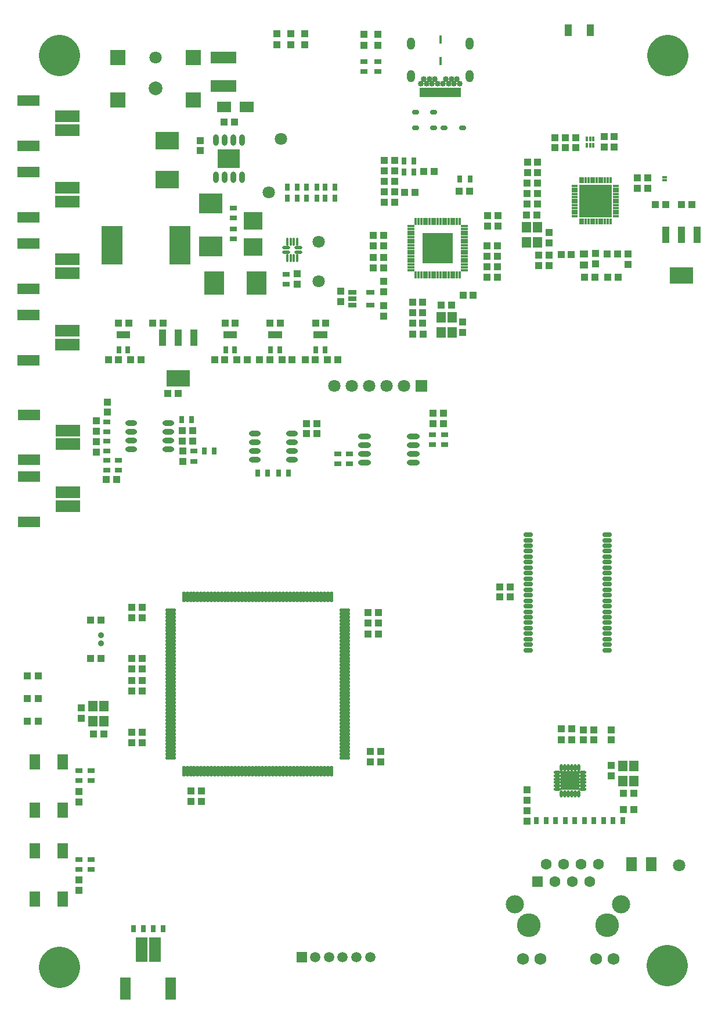
<source format=gts>
%FSTAX23Y23*%
%MOIN*%
%SFA1B1*%

%IPPOS*%
%ADD71C,0.236200*%
%ADD72R,0.047400X0.031600*%
%ADD73R,0.039500X0.039500*%
%ADD74R,0.029700X0.043400*%
%ADD75R,0.067100X0.141900*%
%ADD76R,0.063100X0.130000*%
%ADD77R,0.053300X0.063100*%
%ADD78R,0.130000X0.110400*%
%ADD79O,0.031600X0.065100*%
%ADD80C,0.071000*%
%ADD81O,0.067100X0.031600*%
%ADD82R,0.063100X0.086700*%
%ADD83R,0.130000X0.063100*%
%ADD84R,0.141900X0.067100*%
%ADD85R,0.148000X0.068000*%
%ADD86R,0.059200X0.078900*%
%ADD87R,0.043400X0.029700*%
%ADD88R,0.039500X0.039500*%
%ADD89R,0.043400X0.067000*%
%ADD90R,0.086700X0.086700*%
%ADD91R,0.132000X0.102500*%
%ADD92R,0.110400X0.098600*%
%ADD93O,0.041500X0.027700*%
%ADD94R,0.015900X0.047400*%
%ADD95R,0.019800X0.055200*%
%ADD96R,0.079500X0.061500*%
%ADD97R,0.047000X0.043000*%
%ADD98C,0.015900*%
%ADD99R,0.134000X0.118200*%
%ADD100R,0.118200X0.134000*%
%ADD101R,0.027700X0.043400*%
%ADD102R,0.136000X0.092600*%
%ADD103R,0.043400X0.092600*%
%ADD104R,0.177300X0.177300*%
%ADD105O,0.015900X0.041500*%
%ADD106O,0.041500X0.015900*%
%ADD107O,0.019800X0.063100*%
%ADD108O,0.063100X0.019800*%
%ADD109O,0.055200X0.029700*%
%ADD110O,0.015900X0.045400*%
%ADD111O,0.045400X0.021800*%
%ADD112O,0.043400X0.017800*%
%ADD113O,0.017800X0.043400*%
%ADD114R,0.106400X0.106400*%
%ADD115O,0.015900X0.035600*%
%ADD116O,0.035600X0.015900*%
%ADD117R,0.189100X0.189100*%
%ADD118R,0.016100X0.026000*%
%ADD119R,0.122200X0.220600*%
%ADD120O,0.074900X0.031600*%
%ADD121R,0.063000X0.063000*%
%ADD122C,0.063000*%
%ADD123C,0.068200*%
%ADD124C,0.104300*%
%ADD125C,0.136000*%
%ADD126C,0.059200*%
%ADD127R,0.059200X0.059200*%
%ADD128C,0.035600*%
%ADD129C,0.078900*%
%ADD130O,0.047400X0.071000*%
%ADD131C,0.033600*%
%ADD132R,0.071000X0.071000*%
%LNpch_mainboard-1*%
%LPD*%
G54D71*
X0025Y002D02*
D01*
X0374Y0021D02*
D01*
X03745Y0543D02*
D01*
X0025D02*
D01*
G54D72*
X02037Y03997D03*
Y04072D03*
X01935D03*
Y04035D03*
Y03997D03*
G54D73*
X01007Y01151D03*
Y01211D03*
X01066D03*
Y01151D03*
X00507Y01538D03*
X00448D03*
X00131Y0174D03*
Y0187D03*
Y0161D03*
X00068Y0174D03*
Y0187D03*
Y0161D03*
X0043Y0197D03*
X0049D03*
Y0219D03*
X0043D03*
X00581Y02997D03*
X00522D03*
X00875Y0349D03*
X00935D03*
X01143Y03683D03*
X01202D03*
X01272D03*
X01331D03*
X01401D03*
X0146D03*
X0153D03*
X01589D03*
X01663D03*
X01722D03*
X01791D03*
X0185D03*
X01782Y03893D03*
X01723D03*
X01521D03*
X01462D03*
X01262D03*
X01203D03*
X00847D03*
X00788D03*
X00721Y03683D03*
X0065Y03893D03*
X0059D03*
X00592Y03683D03*
X00662D03*
X00533D03*
X01197Y05047D03*
X01256D03*
X02117Y04646D03*
X02176D03*
X02176Y04586D03*
X02117D03*
X02235Y04645D03*
X02295D03*
X02547Y04652D03*
X02606D03*
X03005Y04285D03*
Y04225D03*
X03064D03*
Y04285D03*
X03133Y04288D03*
X03192D03*
X03267Y04158D03*
X03326D03*
X03402D03*
X03461D03*
X03456Y04292D03*
X03397D03*
X03675Y04575D03*
X03735D03*
X03825D03*
X03884D03*
X03439Y04904D03*
X0338D03*
Y04964D03*
X03439D03*
X02997Y04699D03*
X02938D03*
Y04639D03*
X02997D03*
Y04579D03*
X02938D03*
X02935Y04515D03*
X02994D03*
X02629Y04055D03*
X0257D03*
X02503Y03997D03*
X02444D03*
X02339Y04015D03*
X0228D03*
Y03955D03*
X02339D03*
Y03894D03*
X0228D03*
X02281Y03831D03*
X0234D03*
X02345Y04765D03*
X02404D03*
X02177Y04766D03*
X02118D03*
Y04706D03*
X02177D03*
Y04826D03*
X02118D03*
X02083Y02112D03*
X02024D03*
X03135Y01503D03*
X03195D03*
Y01566D03*
X03135D03*
X03492Y01197D03*
X03491Y01104D03*
X0355D03*
X03551Y01197D03*
G54D74*
X00677Y0042D03*
X00735D03*
X0079D03*
X00847D03*
X02991Y0104D03*
X03048D03*
X03101Y0104D03*
X03158D03*
X03211Y0104D03*
X03268D03*
X03321Y0104D03*
X03378D03*
X03431D03*
X03488D03*
X01569Y03033D03*
X01512D03*
X01449D03*
X01391D03*
X01012Y0334D03*
X01085Y0316D03*
X01142D03*
X00955Y0334D03*
X01835Y0461D03*
Y04675D03*
X01777D03*
X0173D03*
X01672D03*
Y0461D03*
X0173D03*
X01777D03*
X01618D03*
X01561D03*
Y04675D03*
X01618D03*
X02231Y0476D03*
Y04825D03*
X02288D03*
Y0476D03*
X02552Y0472D03*
X0261D03*
G54D75*
X00723Y00302D03*
X00802D03*
G54D76*
X00632Y00079D03*
X00892D03*
G54D77*
X00443Y01611D03*
X00506D03*
Y01698D03*
X00443D03*
X02445Y03841D03*
X02508D03*
Y03928D03*
X02445D03*
X02933Y04356D03*
X02996D03*
Y04443D03*
X02933D03*
X03488Y01353D03*
Y01266D03*
X03551D03*
Y01353D03*
G54D78*
X01225Y04837D03*
G54D79*
X012Y0473D03*
X0125D03*
X013D03*
Y04945D03*
X0125D03*
X012D03*
X0115D03*
Y0473D03*
G54D80*
X0213Y03535D03*
X0223D03*
X0203D03*
X0193D03*
X0183D03*
X0174Y04135D03*
Y0436D03*
X01455Y04645D03*
X01525Y0495D03*
X00805Y05417D03*
X0381Y00785D03*
G54D81*
X01586Y0311D03*
Y0316D03*
Y0321D03*
Y0326D03*
X01373D03*
Y0321D03*
Y0316D03*
Y0311D03*
X00876Y0332D03*
Y0327D03*
Y0322D03*
Y0317D03*
X00663Y0332D03*
Y0327D03*
Y0322D03*
Y0317D03*
G54D82*
X00112Y00592D03*
X0027D03*
Y00867D03*
X00112D03*
X0027Y01102D03*
Y01377D03*
X00112D03*
Y01102D03*
G54D83*
X00078Y02755D03*
Y03014D03*
Y0311D03*
Y03369D03*
X00074Y03682D03*
Y03942D03*
Y04092D03*
Y04352D03*
Y04502D03*
Y04762D03*
Y04912D03*
Y05172D03*
G54D84*
X00301Y02845D03*
Y02924D03*
Y032D03*
Y03279D03*
X00296Y03772D03*
Y03851D03*
Y04182D03*
Y04261D03*
Y04592D03*
Y04671D03*
Y05002D03*
Y05081D03*
G54D85*
X01195Y05253D03*
Y05418D03*
G54D86*
X03539Y0079D03*
X0365D03*
G54D87*
X00365Y0076D03*
X00435D03*
Y00817D03*
X00365D03*
X00435Y0127D03*
Y01327D03*
X00365D03*
Y0127D03*
X01852Y03088D03*
X01917D03*
Y03145D03*
X01852D03*
X02395Y03197D03*
Y03254D03*
X02465Y03253D03*
Y03196D03*
X01555Y04116D03*
Y04173D03*
X0125Y04377D03*
Y04435D03*
Y04497D03*
Y04555D03*
X02Y05336D03*
Y05393D03*
X0208D03*
Y05336D03*
X00525Y03328D03*
Y03271D03*
Y03218D03*
Y03161D03*
Y03108D03*
Y03051D03*
X0059D03*
Y03108D03*
X01025Y03102D03*
Y0316D03*
G54D88*
X00365Y0064D03*
Y007D03*
Y01149D03*
Y01208D03*
X00666Y01488D03*
Y01548D03*
X00729D03*
Y01488D03*
Y01785D03*
Y01845D03*
Y01911D03*
Y01971D03*
X00666D03*
Y01911D03*
Y01845D03*
Y01785D03*
X00377Y01687D03*
Y01628D03*
X00729Y02205D03*
Y02264D03*
X00666D03*
Y02205D03*
X0096Y031D03*
X01019Y03217D03*
Y03276D03*
X00959D03*
Y03217D03*
X0096Y0316D03*
X00527Y03442D03*
Y03383D03*
X00465Y03334D03*
Y03275D03*
Y03215D03*
Y03155D03*
X01617Y04118D03*
Y04177D03*
X01867Y04018D03*
X02055Y04212D03*
X02115Y03994D03*
Y03935D03*
Y04075D03*
Y04135D03*
Y04212D03*
Y04271D03*
Y04337D03*
Y04396D03*
X02055D03*
Y04337D03*
Y04271D03*
X01867Y04077D03*
X02569Y03901D03*
Y03842D03*
X02769Y04159D03*
Y04219D03*
Y04279D03*
Y04339D03*
X02771Y04451D03*
Y0451D03*
X02711D03*
Y04451D03*
X02709Y04339D03*
Y04279D03*
Y04219D03*
Y04159D03*
X03065Y04355D03*
X0333Y04294D03*
Y04235D03*
X03065Y04415D03*
X02996Y04757D03*
X02941D03*
Y04816D03*
X02996D03*
X03099Y049D03*
Y04959D03*
X03159D03*
Y049D03*
X03219D03*
Y04959D03*
X03572Y04668D03*
X03632D03*
Y04727D03*
X03572D03*
X03518Y04291D03*
Y04232D03*
X02458Y03376D03*
Y03317D03*
X02398D03*
Y03376D03*
X0173Y03319D03*
X0167D03*
Y0326D03*
X0173D03*
X02024Y02233D03*
X02084D03*
Y02174D03*
X02024D03*
X02037Y01437D03*
X02097D03*
Y01378D03*
X02037D03*
X02937Y01038D03*
Y01097D03*
X02938Y01157D03*
Y01216D03*
X03261Y01503D03*
X03321D03*
X0342Y01359D03*
Y01299D03*
Y01503D03*
Y01562D03*
X03321D03*
X03261D03*
X02842Y02323D03*
X02782D03*
Y02382D03*
X02842D03*
X01062Y04883D03*
Y04942D03*
X0166Y0549D03*
Y05553D03*
X0158D03*
Y0549D03*
X015D03*
Y05553D03*
X02Y05551D03*
Y05488D03*
X0208D03*
Y05551D03*
G54D89*
X033Y05575D03*
X03174D03*
G54D90*
X01021Y05175D03*
Y05417D03*
X00588D03*
Y05175D03*
G54D91*
X0087Y04718D03*
Y04941D03*
G54D92*
X01365Y0433D03*
Y0448D03*
G54D93*
X02462Y05015D03*
X02567D03*
X02402D03*
Y05105D03*
X02297D03*
Y05015D03*
G54D94*
X0244Y05398D03*
Y0552D03*
G54D95*
X0243Y05217D03*
X02449D03*
X02469D03*
X02489D03*
X02508D03*
X02528D03*
X02548D03*
X0241D03*
X0239D03*
X02371D03*
X02351D03*
X02331D03*
G54D96*
X01327Y05134D03*
X01198D03*
G54D97*
X03265Y04229D03*
Y0429D03*
G54D98*
X0372Y04714D03*
Y0473D03*
X03735D03*
Y04714D03*
G54D99*
X0112Y04335D03*
Y0458D03*
G54D100*
X01385Y04125D03*
X0114D03*
G54D101*
X01725Y0374D03*
X01776D03*
Y03829D03*
X01751D03*
X01725D03*
X01516D03*
X01491D03*
X01516Y0374D03*
X01465Y03829D03*
Y0374D03*
X01258Y03829D03*
X01232D03*
X01206D03*
Y0374D03*
X01258D03*
X00645Y03829D03*
X0062D03*
X00594D03*
Y0374D03*
X00645D03*
G54D102*
X00935Y03579D03*
X03825Y04169D03*
G54D103*
X01025Y0381D03*
X00935D03*
X00844D03*
X03734Y044D03*
X03825D03*
X03915D03*
G54D104*
X02425Y04325D03*
G54D105*
X02425Y04171D03*
X0244D03*
X02456D03*
X02472D03*
X02488D03*
X02503D03*
X02519D03*
X02535D03*
X02551D03*
X02409D03*
X02393D03*
X02377D03*
X02362D03*
X02346D03*
X0233D03*
X02314D03*
X02299D03*
X02425Y04478D03*
X0244D03*
X02456D03*
X02472D03*
X02488D03*
X02503D03*
X02519D03*
X02535D03*
X02551D03*
X02409D03*
X02393D03*
X02377D03*
X02362D03*
X02346D03*
X0233D03*
X02314D03*
X02299D03*
G54D106*
X02578Y04199D03*
Y04214D03*
Y0423D03*
Y04246D03*
Y04262D03*
Y04277D03*
Y04293D03*
Y04309D03*
Y04325D03*
Y0434D03*
Y04356D03*
Y04372D03*
Y04388D03*
Y04403D03*
Y04419D03*
Y04435D03*
Y04451D03*
X02271D03*
Y04435D03*
Y04419D03*
Y04403D03*
Y04388D03*
Y04372D03*
Y04356D03*
Y0434D03*
Y04325D03*
Y04309D03*
Y04293D03*
Y04277D03*
Y04262D03*
Y04246D03*
Y0423D03*
Y04214D03*
Y04199D03*
G54D107*
X00966Y01325D03*
X00986D03*
X01006D03*
X01025D03*
X01045D03*
X01065D03*
X01084D03*
X01104D03*
X01124D03*
X01143D03*
X01163D03*
X01183D03*
X01203D03*
X01222D03*
X01242D03*
X01262D03*
X01281D03*
X01301D03*
X01321D03*
X0134D03*
X0136D03*
X0138D03*
X01399D03*
X01419D03*
X01439D03*
X01458D03*
X01478D03*
X01498D03*
X01518D03*
X01537D03*
X01557D03*
X01577D03*
X01596D03*
X01616D03*
X01636D03*
X01655D03*
X01675D03*
X01695D03*
X01714D03*
X01734D03*
X01754D03*
X01773D03*
X01793D03*
X01813D03*
Y02325D03*
X01793D03*
X01773D03*
X01754D03*
X01734D03*
X01714D03*
X01695D03*
X01675D03*
X01655D03*
X01636D03*
X01616D03*
X01596D03*
X01577D03*
X01557D03*
X01537D03*
X01518D03*
X01498D03*
X01478D03*
X01458D03*
X01439D03*
X01419D03*
X01399D03*
X0138D03*
X0136D03*
X0134D03*
X01321D03*
X01301D03*
X01281D03*
X01262D03*
X01242D03*
X01222D03*
X01203D03*
X01183D03*
X01163D03*
X01143D03*
X01124D03*
X01104D03*
X01084D03*
X01065D03*
X01045D03*
X01025D03*
X01006D03*
X00986D03*
X00966D03*
G54D108*
X0089Y01401D03*
Y01421D03*
Y01441D03*
Y0146D03*
Y0148D03*
Y015D03*
Y01519D03*
Y01539D03*
Y01559D03*
Y01578D03*
Y01598D03*
Y01618D03*
Y01638D03*
Y01657D03*
Y01677D03*
Y01697D03*
Y01716D03*
Y01736D03*
Y01756D03*
Y01775D03*
Y01795D03*
Y01815D03*
Y01834D03*
Y01854D03*
Y01874D03*
Y01893D03*
Y01913D03*
Y01933D03*
Y01953D03*
Y01972D03*
Y01992D03*
Y02012D03*
Y02031D03*
Y02051D03*
Y02071D03*
Y0209D03*
Y0211D03*
Y0213D03*
Y02149D03*
Y02169D03*
Y02189D03*
Y02208D03*
Y02228D03*
Y02248D03*
X0189Y01401D03*
Y01421D03*
Y01441D03*
Y0146D03*
Y0148D03*
Y015D03*
Y01519D03*
Y01539D03*
Y01559D03*
Y01578D03*
Y01598D03*
Y01618D03*
Y01638D03*
Y01657D03*
Y01677D03*
Y01697D03*
Y01716D03*
Y01736D03*
Y01756D03*
Y01775D03*
Y01795D03*
Y01815D03*
Y01834D03*
Y01854D03*
Y01874D03*
Y01893D03*
Y01913D03*
Y01933D03*
Y01953D03*
Y01972D03*
Y01992D03*
Y02012D03*
Y02031D03*
Y02051D03*
Y02071D03*
Y0209D03*
Y0211D03*
Y0213D03*
Y02149D03*
Y02169D03*
Y02189D03*
Y02208D03*
Y02228D03*
Y02248D03*
G54D109*
X02943Y02019D03*
Y0205D03*
Y02082D03*
Y02113D03*
Y02145D03*
Y02176D03*
Y02208D03*
Y02239D03*
Y02271D03*
Y02302D03*
Y02334D03*
Y02365D03*
Y02397D03*
Y02428D03*
Y0246D03*
Y02491D03*
Y02523D03*
Y02554D03*
Y02586D03*
Y02617D03*
Y02649D03*
Y0268D03*
X03396Y02334D03*
Y02302D03*
Y02271D03*
Y02239D03*
Y02208D03*
Y02176D03*
Y02145D03*
Y02113D03*
Y02082D03*
Y0205D03*
Y02019D03*
Y02365D03*
Y02397D03*
Y02428D03*
Y0246D03*
Y02491D03*
Y02523D03*
Y02554D03*
Y02586D03*
Y02617D03*
Y02649D03*
Y0268D03*
G54D110*
X0156Y04267D03*
X0158D03*
X01599D03*
X01619D03*
Y04362D03*
X01599D03*
X0158D03*
X0156Y04362D03*
G54D111*
X01555Y04301D03*
Y04328D03*
X01624D03*
Y04301D03*
G54D112*
X0311Y0122D03*
Y0124D03*
X03259D03*
Y0122D03*
Y0126D03*
Y01279D03*
Y01299D03*
Y01319D03*
X0311D03*
Y01299D03*
Y01279D03*
Y0126D03*
G54D113*
X03135Y01195D03*
X03155D03*
X03175D03*
X03194D03*
X03214D03*
X03234D03*
Y01344D03*
X03214D03*
X03194D03*
X03175D03*
X03155D03*
X03135D03*
G54D114*
X03185Y0127D03*
G54D115*
X03353Y04476D03*
X03369D03*
X03385D03*
X034D03*
X03416D03*
X03337D03*
X03322D03*
X03306D03*
X0329D03*
X03274D03*
X03259D03*
X03243D03*
X03353Y04713D03*
X03369D03*
X03385D03*
X034D03*
X03416D03*
X03337D03*
X03322D03*
X03306D03*
X0329D03*
X03274D03*
X03259D03*
X03243D03*
G54D116*
X03448Y04508D03*
Y04524D03*
Y04539D03*
Y04555D03*
Y04571D03*
Y04587D03*
Y04602D03*
Y04618D03*
Y04634D03*
Y0465D03*
Y04665D03*
Y04681D03*
X03211D03*
Y04665D03*
Y0465D03*
Y04634D03*
Y04618D03*
Y04602D03*
Y04587D03*
Y04571D03*
Y04555D03*
Y04539D03*
Y04524D03*
Y04508D03*
G54D117*
X0333Y04595D03*
G54D118*
X0328Y04915D03*
X033D03*
X03319D03*
Y0495D03*
X033D03*
X0328D03*
G54D119*
X00945Y0434D03*
X00555D03*
G54D120*
X02284Y03095D03*
Y03145D03*
Y03195D03*
Y03245D03*
X02005D03*
Y03195D03*
Y03145D03*
Y03095D03*
G54D121*
X02999Y0069D03*
G54D122*
X03099Y0069D03*
X03199D03*
X03299D03*
X03249Y0079D03*
X03349D03*
X03149D03*
X03049D03*
G54D123*
X02913Y00247D03*
X03013D03*
X03335D03*
X03435D03*
G54D124*
X02869Y0056D03*
X03479D03*
G54D125*
X02949Y0044D03*
X03399D03*
G54D126*
X01721Y00258D03*
X018D03*
X01879D03*
X01958D03*
X02036D03*
G54D127*
X01643Y00258D03*
G54D128*
X0049Y02056D03*
Y02103D03*
G54D129*
X00805Y0524D03*
G54D130*
X02608Y05312D03*
Y05498D03*
X02271D03*
Y05312D03*
G54D131*
X02424Y05266D03*
X02455D03*
X02487D03*
X02518D03*
X0255D03*
X02534Y05294D03*
X02503D03*
X02471D03*
X02408D03*
X02377D03*
X02345D03*
X02329Y05266D03*
X02361D03*
X02392D03*
G54D132*
X0233Y03535D03*
M02*
</source>
